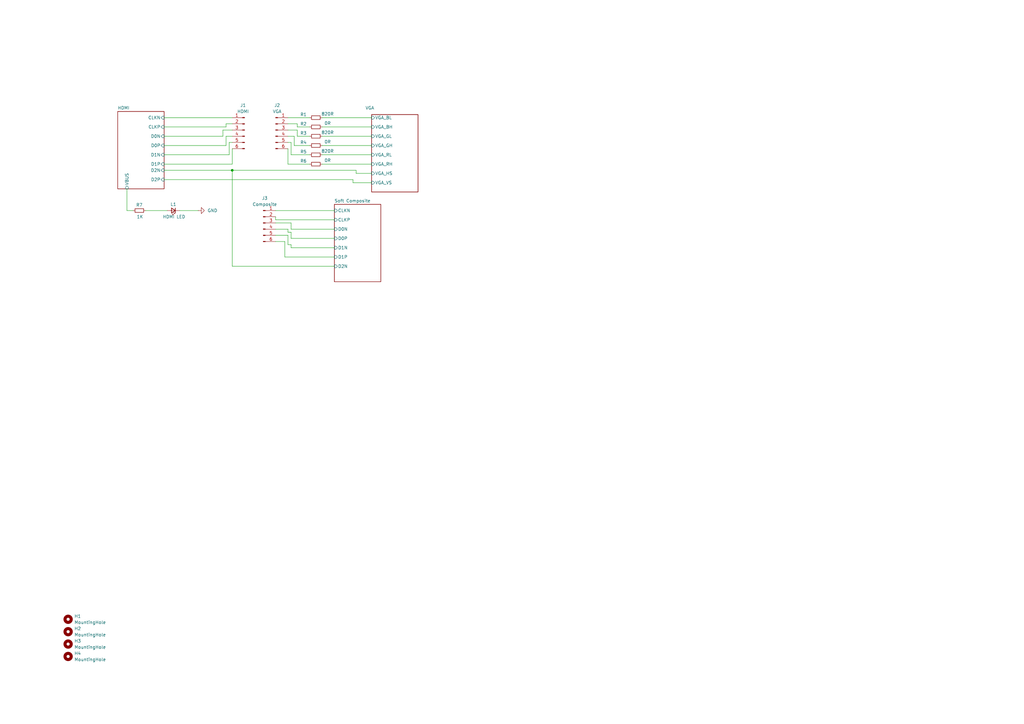
<source format=kicad_sch>
(kicad_sch (version 20250114) (generator "eeschema") (generator_version "9.0")
  (paper "A3")
  (title_block (title "HDMI to VGA Passive Adapter") (date "2025-03-04") (rev "2.01") (company "Mikhail Matveev") (comment 1 "https://github.com/xtremespb/frank"))
  (lib_symbols
    (symbol "Connector:Conn_01x06_Pin" (pin_names (offset 1.016) (hide yes))
      (property "Reference" "J" (at 0 7.62 0))
      (property "Value" "Conn_01x06_Pin" (at 0 -10.16 0))
      (symbol "Conn_01x06_Pin_1_1"
        (rectangle (start 0.8636 5.207) (end 0 4.953) (stroke (width 0.1524)) (fill (type outline)))
        (rectangle (start 0.8636 2.667) (end 0 2.413) (stroke (width 0.1524)) (fill (type outline)))
        (rectangle (start 0.8636 0.127) (end 0 -0.127) (stroke (width 0.1524)) (fill (type outline)))
        (rectangle (start 0.8636 -2.413) (end 0 -2.667) (stroke (width 0.1524)) (fill (type outline)))
        (rectangle (start 0.8636 -4.953) (end 0 -5.207) (stroke (width 0.1524)) (fill (type outline)))
        (rectangle (start 0.8636 -7.493) (end 0 -7.747) (stroke (width 0.1524)) (fill (type outline)))
        (polyline (pts (xy 1.27 5.08) (xy 0.8636 5.08)) (stroke (width 0.1524)))
        (polyline (pts (xy 1.27 2.54) (xy 0.8636 2.54)) (stroke (width 0.1524)))
        (polyline (pts (xy 1.27 0) (xy 0.8636 0)) (stroke (width 0.1524)))
        (polyline (pts (xy 1.27 -2.54) (xy 0.8636 -2.54)) (stroke (width 0.1524)))
        (polyline (pts (xy 1.27 -5.08) (xy 0.8636 -5.08)) (stroke (width 0.1524)))
        (polyline (pts (xy 1.27 -7.62) (xy 0.8636 -7.62)) (stroke (width 0.1524)))
        (pin passive line (at 5.08 5.08 180) (length 3.81) (name "Pin_1") (number "1"))
        (pin passive line (at 5.08 2.54 180) (length 3.81) (name "Pin_2") (number "2"))
        (pin passive line (at 5.08 0 180) (length 3.81) (name "Pin_3") (number "3"))
        (pin passive line (at 5.08 -2.54 180) (length 3.81) (name "Pin_4") (number "4"))
        (pin passive line (at 5.08 -5.08 180) (length 3.81) (name "Pin_5") (number "5"))
        (pin passive line (at 5.08 -7.62 180) (length 3.81) (name "Pin_6") (number "6"))
      )
    )
    (symbol "Device:LED_Small" (pin_numbers (hide yes)) (pin_names (offset 0.254) (hide yes))
      (property "Reference" "D" (at -1.27 3.175 0))
      (property "Value" "LED_Small" (at -4.445 -2.54 0))
      (symbol "LED_Small_0_1"
        (polyline (pts (xy -0.762 -1.016) (xy -0.762 1.016)) (stroke (width 0.254)))
        (polyline (pts (xy 0 0.762) (xy -0.508 1.27) (xy -0.254 1.27) (xy -0.508 1.27) (xy -0.508 1.016)))
        (polyline (pts (xy 0.508 1.27) (xy 0 1.778) (xy 0.254 1.778) (xy 0 1.778) (xy 0 1.524)))
        (polyline (pts (xy 0.762 -1.016) (xy -0.762 0) (xy 0.762 1.016) (xy 0.762 -1.016)) (stroke (width 0.254)))
        (polyline (pts (xy 1.016 0) (xy -0.762 0)))
      )
      (symbol "LED_Small_1_1"
        (pin passive line (at -2.54 0 0) (length 1.778) (name "K") (number "1"))
        (pin passive line (at 2.54 0 180) (length 1.778) (name "A") (number "2"))
      )
    )
    (symbol "Device:R_Small" (pin_numbers (hide yes)) (pin_names (offset 0.254) (hide yes))
      (property "Reference" "R" (at 0.762 0.508 0))
      (property "Value" "R_Small" (at 0.762 -1.016 0))
      (symbol "R_Small_0_1"
        (rectangle (start -0.762 1.778) (end 0.762 -1.778) (stroke (width 0.2032)))
      )
      (symbol "R_Small_1_1"
        (pin passive line (at 0 2.54 270) (length 0.762) (name "~") (number "1"))
        (pin passive line (at 0 -2.54 90) (length 0.762) (name "~") (number "2"))
      )
    )
    (symbol "Mechanical:MountingHole" (pin_names (offset 1.016)) (exclude_from_sim yes) (in_bom no)
      (property "Reference" "H" (at 0 5.08 0))
      (property "Value" "MountingHole" (at 0 3.175 0))
      (symbol "MountingHole_0_1"
        (circle (center 0 0) (radius 1.27) (stroke (width 1.27)))
      )
    )
    (symbol "power:GND" (power) (pin_numbers (hide yes)) (pin_names (offset 0) (hide yes))
      (property "Value" "GND" (at 0 -3.81 0))
      (symbol "GND_0_1"
        (polyline (pts (xy 0 0) (xy 0 -1.27) (xy 1.27 -1.27) (xy 0 -2.54) (xy -1.27 -1.27) (xy 0 -1.27)))
      )
      (symbol "GND_1_1"
        (pin power_in line (at 0 0 270) (length 0) (name "~") (number "1"))
      )
    )
  )
  (junction (at 95.25 69.85))
  (wire (pts (xy 121.92 53.34) (xy 121.92 55.88)))
  (wire (pts (xy 132.08 55.88) (xy 152.4 55.88)))
  (wire (pts (xy 95.25 109.22) (xy 137.16 109.22)))
  (wire (pts (xy 67.31 48.26) (xy 95.25 48.26)))
  (wire (pts (xy 118.11 55.88) (xy 120.65 55.88)))
  (wire (pts (xy 119.38 101.6) (xy 137.16 101.6)))
  (wire (pts (xy 127 63.5) (xy 119.38 63.5)))
  (wire (pts (xy 52.07 86.36) (xy 52.07 77.47)))
  (wire (pts (xy 95.25 69.85) (xy 95.25 109.22)))
  (wire (pts (xy 92.71 55.88) (xy 95.25 55.88)))
  (wire (pts (xy 118.11 96.52) (xy 118.11 100.33)))
  (wire (pts (xy 127 52.07) (xy 121.92 52.07)))
  (wire (pts (xy 127 67.31) (xy 118.11 67.31)))
  (wire (pts (xy 67.31 59.69) (xy 92.71 59.69)))
  (wire (pts (xy 132.08 67.31) (xy 152.4 67.31)))
  (wire (pts (xy 95.25 60.96) (xy 95.25 67.31)))
  (wire (pts (xy 119.38 93.98) (xy 137.16 93.98)))
  (wire (pts (xy 113.03 90.17) (xy 137.16 90.17)))
  (wire (pts (xy 67.31 52.07) (xy 92.71 52.07)))
  (wire (pts (xy 93.98 63.5) (xy 93.98 58.42)))
  (wire (pts (xy 120.65 55.88) (xy 120.65 59.69)))
  (wire (pts (xy 127 59.69) (xy 120.65 59.69)))
  (wire (pts (xy 119.38 97.79) (xy 119.38 95.25)))
  (wire (pts (xy 144.78 74.93) (xy 144.78 73.66)))
  (wire (pts (xy 93.98 58.42) (xy 95.25 58.42)))
  (wire (pts (xy 119.38 97.79) (xy 137.16 97.79)))
  (wire (pts (xy 118.11 93.98) (xy 113.03 93.98)))
  (wire (pts (xy 119.38 100.33) (xy 118.11 100.33)))
  (wire (pts (xy 119.38 101.6) (xy 119.38 100.33)))
  (wire (pts (xy 118.11 93.98) (xy 118.11 95.25)))
  (wire (pts (xy 132.08 63.5) (xy 152.4 63.5)))
  (wire (pts (xy 144.78 74.93) (xy 152.4 74.93)))
  (wire (pts (xy 116.84 99.06) (xy 113.03 99.06)))
  (wire (pts (xy 67.31 55.88) (xy 91.44 55.88)))
  (wire (pts (xy 118.11 96.52) (xy 113.03 96.52)))
  (wire (pts (xy 118.11 53.34) (xy 121.92 53.34)))
  (wire (pts (xy 68.58 86.36) (xy 59.69 86.36)))
  (wire (pts (xy 119.38 91.44) (xy 119.38 93.98)))
  (wire (pts (xy 67.31 63.5) (xy 93.98 63.5)))
  (wire (pts (xy 92.71 50.8) (xy 95.25 50.8)))
  (wire (pts (xy 119.38 58.42) (xy 119.38 63.5)))
  (wire (pts (xy 132.08 52.07) (xy 152.4 52.07)))
  (wire (pts (xy 119.38 95.25) (xy 118.11 95.25)))
  (wire (pts (xy 132.08 59.69) (xy 152.4 59.69)))
  (wire (pts (xy 116.84 105.41) (xy 137.16 105.41)))
  (wire (pts (xy 54.61 86.36) (xy 52.07 86.36)))
  (wire (pts (xy 116.84 99.06) (xy 116.84 105.41)))
  (wire (pts (xy 118.11 48.26) (xy 127 48.26)))
  (wire (pts (xy 146.05 71.12) (xy 146.05 69.85)))
  (wire (pts (xy 118.11 60.96) (xy 118.11 67.31)))
  (wire (pts (xy 132.08 48.26) (xy 152.4 48.26)))
  (wire (pts (xy 113.03 90.17) (xy 113.03 88.9)))
  (wire (pts (xy 121.92 50.8) (xy 121.92 52.07)))
  (wire (pts (xy 91.44 55.88) (xy 91.44 53.34)))
  (wire (pts (xy 146.05 71.12) (xy 152.4 71.12)))
  (wire (pts (xy 121.92 55.88) (xy 127 55.88)))
  (wire (pts (xy 119.38 91.44) (xy 113.03 91.44)))
  (wire (pts (xy 92.71 52.07) (xy 92.71 50.8)))
  (wire (pts (xy 118.11 50.8) (xy 121.92 50.8)))
  (wire (pts (xy 67.31 67.31) (xy 95.25 67.31)))
  (wire (pts (xy 81.28 86.36) (xy 73.66 86.36)))
  (wire (pts (xy 92.71 59.69) (xy 92.71 55.88)))
  (wire (pts (xy 146.05 69.85) (xy 95.25 69.85)))
  (wire (pts (xy 95.25 69.85) (xy 67.31 69.85)))
  (wire (pts (xy 91.44 53.34) (xy 95.25 53.34)))
  (wire (pts (xy 113.03 86.36) (xy 137.16 86.36)))
  (wire (pts (xy 144.78 73.66) (xy 67.31 73.66)))
  (wire (pts (xy 118.11 58.42) (xy 119.38 58.42)))
  (symbol (lib_id "Mechanical:MountingHole") (at 27.94 254 0) (unit 1) (exclude_from_sim yes) (in_bom no)
    (property "Reference" "H1" (at 30.48 252.7299 0) (effects (justify left)))
    (property "Value" "MountingHole" (at 30.48 255.2699 0) (effects (justify left)))
    (property "Footprint" "FRANK:Mounting Hole (2.7mm)" (effects (hide yes)))
    (property "Description" "Mounting Hole without connection" (effects (hide yes)))
  )
  (symbol (lib_id "Connector:Conn_01x06_Pin") (at 113.03 53.34 0) (unit 1)
    (property "Reference" "J2" (at 113.665 43.18 0))
    (property "Value" "VGA" (at 113.665 45.72 0))
    (property "Footprint" "FRANK:Pin Header (1x06)" (effects (hide yes)))
    (property "Description" "Generic connector, single row, 01x06, script generated" (effects (hide yes)))
  )
  (symbol (lib_id "Mechanical:MountingHole") (at 27.94 269.24 0) (unit 1) (exclude_from_sim yes) (in_bom no)
    (property "Reference" "H4" (at 30.48 267.9699 0) (effects (justify left)))
    (property "Value" "MountingHole" (at 30.48 270.5099 0) (effects (justify left)))
    (property "Footprint" "FRANK:Mounting Hole (2.7mm)" (effects (hide yes)))
    (property "Description" "Mounting Hole without connection" (effects (hide yes)))
  )
  (symbol (lib_id "Device:R_Small") (at 129.54 59.69 90) (unit 1)
    (property "Reference" "R4" (at 124.46 58.42 90))
    (property "Value" "0R" (at 134.366 58.166 90))
    (property "Footprint" "FRANK:Resistor (0805)" (effects (hide yes)))
    (property "Description" "Resistor, small symbol" (effects (hide yes)))
  )
  (symbol (lib_id "Device:R_Small") (at 129.54 55.88 90) (unit 1)
    (property "Reference" "R3" (at 124.46 54.61 90))
    (property "Value" "820R" (at 134.366 54.356 90))
    (property "Footprint" "FRANK:Resistor (0805)" (effects (hide yes)))
    (property "Description" "Resistor, small symbol" (effects (hide yes)))
  )
  (symbol (lib_id "power:GND") (at 81.28 86.36 90) (unit 1)
    (property "Reference" "#PWR01" (effects (hide yes)))
    (property "Value" "GND" (at 85.09 86.3599 90) (effects (justify right)))
    (property "Description" "Power symbol creates a global label with name \"GND\" , ground" (effects (hide yes)))
  )
  (symbol (lib_id "Connector:Conn_01x06_Pin") (at 100.33 53.34 0) (mirror y) (unit 1)
    (property "Reference" "J1" (at 99.695 43.18 0))
    (property "Value" "HDMI" (at 99.695 45.72 0))
    (property "Footprint" "FRANK:Pin Header (1x06)" (effects (hide yes)))
    (property "Description" "Generic connector, single row, 01x06, script generated" (effects (hide yes)))
  )
  (symbol (lib_id "Device:R_Small") (at 129.54 63.5 90) (unit 1)
    (property "Reference" "R5" (at 124.46 62.23 90))
    (property "Value" "820R" (at 134.366 61.976 90))
    (property "Footprint" "FRANK:Resistor (0805)" (effects (hide yes)))
    (property "Description" "Resistor, small symbol" (effects (hide yes)))
  )
  (symbol (lib_id "Device:LED_Small") (at 71.12 86.36 180) (unit 1)
    (property "Reference" "L1" (at 71.12 83.82 0))
    (property "Value" "HDMI LED" (at 71.374 88.9 0))
    (property "Footprint" "FRANK:LED (0805)" (effects (hide yes)))
    (property "Description" "Light emitting diode, small symbol" (effects (hide yes)))
    (property "Sim.Pin" "1=K 2=A" (effects (hide yes)))
  )
  (symbol (lib_id "Device:R_Small") (at 129.54 52.07 90) (unit 1)
    (property "Reference" "R2" (at 124.46 50.8 90))
    (property "Value" "0R" (at 134.366 50.546 90))
    (property "Footprint" "FRANK:Resistor (0805)" (effects (hide yes)))
    (property "Description" "Resistor, small symbol" (effects (hide yes)))
  )
  (symbol (lib_id "Mechanical:MountingHole") (at 27.94 259.08 0) (unit 1) (exclude_from_sim yes) (in_bom no)
    (property "Reference" "H2" (at 30.48 257.8099 0) (effects (justify left)))
    (property "Value" "MountingHole" (at 30.48 260.3499 0) (effects (justify left)))
    (property "Footprint" "FRANK:Mounting Hole (2.7mm)" (effects (hide yes)))
    (property "Description" "Mounting Hole without connection" (effects (hide yes)))
  )
  (symbol (lib_id "Device:R_Small") (at 129.54 48.26 90) (unit 1)
    (property "Reference" "R1" (at 124.46 46.99 90))
    (property "Value" "820R" (at 134.366 46.736 90))
    (property "Footprint" "FRANK:Resistor (0805)" (effects (hide yes)))
    (property "Description" "Resistor, small symbol" (effects (hide yes)))
  )
  (symbol (lib_id "Device:R_Small") (at 57.15 86.36 90) (unit 1)
    (property "Reference" "R7" (at 57.15 84.074 90))
    (property "Value" "1K" (at 57.404 88.9 90))
    (property "Footprint" "FRANK:Resistor (0805)" (effects (hide yes)))
    (property "Description" "Resistor, small symbol" (effects (hide yes)))
  )
  (symbol (lib_id "Device:R_Small") (at 129.54 67.31 90) (unit 1)
    (property "Reference" "R6" (at 124.46 66.04 90))
    (property "Value" "0R" (at 134.366 65.786 90))
    (property "Footprint" "FRANK:Resistor (0805)" (effects (hide yes)))
    (property "Description" "Resistor, small symbol" (effects (hide yes)))
  )
  (symbol (lib_id "Connector:Conn_01x06_Pin") (at 107.95 91.44 0) (unit 1)
    (property "Reference" "J3" (at 108.585 81.28 0))
    (property "Value" "Composite" (at 108.585 83.82 0))
    (property "Footprint" "FRANK:Pin Header (1x06)" (effects (hide yes)))
    (property "Description" "Generic connector, single row, 01x06, script generated" (effects (hide yes)))
  )
  (symbol (lib_id "Mechanical:MountingHole") (at 27.94 264.16 0) (unit 1) (exclude_from_sim yes) (in_bom no)
    (property "Reference" "H3" (at 30.48 262.8899 0) (effects (justify left)))
    (property "Value" "MountingHole" (at 30.48 265.4299 0) (effects (justify left)))
    (property "Footprint" "FRANK:Mounting Hole (2.7mm)" (effects (hide yes)))
    (property "Description" "Mounting Hole without connection" (effects (hide yes)))
  )
  (sheet (at 152.4 46.99) (size 19.05 31.75) (stroke (width 0.1524))
    (property "Sheetname" "VGA" (at 149.86 45.0084 0) (effects (justify left bottom)))
    (property "Sheetfile" "vga.kicad_sch" (effects (hide yes)))
    (pin "VGA_GH" input (at 152.4 59.69 180))
    (pin "VGA_RH" input (at 152.4 67.31 180))
    (pin "VGA_BH" input (at 152.4 52.07 180))
    (pin "VGA_RL" input (at 152.4 63.5 180))
    (pin "VGA_GL" input (at 152.4 55.88 180))
    (pin "VGA_BL" input (at 152.4 48.26 180))
    (pin "VGA_HS" input (at 152.4 71.12 180))
    (pin "VGA_VS" input (at 152.4 74.93 180))
  )
  (sheet (at 137.16 83.82) (size 19.05 31.75) (stroke (width 0.1524))
    (property "Sheetname" "Soft Composite" (at 137.16 83.1084 0) (effects (justify left bottom)))
    (property "Sheetfile" "softcomp.kicad_sch" (effects (hide yes)))
    (pin "D0N" input (at 137.16 93.98 180))
    (pin "D1P" input (at 137.16 105.41 180))
    (pin "D0P" input (at 137.16 97.79 180))
    (pin "D2N" input (at 137.16 109.22 180))
    (pin "CLKN" input (at 137.16 86.36 180))
    (pin "CLKP" input (at 137.16 90.17 180))
    (pin "D1N" input (at 137.16 101.6 180))
  )
  (sheet (at 48.26 45.72) (size 19.05 31.75) (stroke (width 0.1524))
    (property "Sheetname" "HDMI" (at 48.26 45.0084 0) (effects (justify left bottom)))
    (property "Sheetfile" "hdmi.kicad_sch" (effects (hide yes)))
    (pin "D2N" input (at 67.31 69.85 0))
    (pin "D2P" input (at 67.31 73.66 0))
    (pin "D1P" input (at 67.31 67.31 0))
    (pin "D0P" input (at 67.31 59.69 0))
    (pin "D1N" input (at 67.31 63.5 0))
    (pin "CLKP" input (at 67.31 52.07 0))
    (pin "D0N" input (at 67.31 55.88 0))
    (pin "CLKN" input (at 67.31 48.26 0))
    (pin "VBUS" input (at 52.07 77.47 270))
  )
)
</source>
